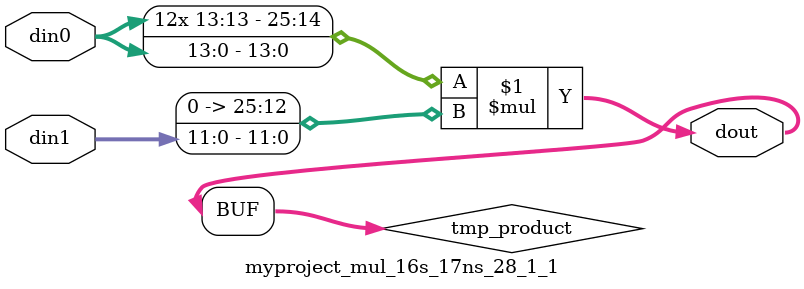
<source format=v>

`timescale 1 ns / 1 ps

  module myproject_mul_16s_17ns_28_1_1(din0, din1, dout);
parameter ID = 1;
parameter NUM_STAGE = 0;
parameter din0_WIDTH = 14;
parameter din1_WIDTH = 12;
parameter dout_WIDTH = 26;

input [din0_WIDTH - 1 : 0] din0; 
input [din1_WIDTH - 1 : 0] din1; 
output [dout_WIDTH - 1 : 0] dout;

wire signed [dout_WIDTH - 1 : 0] tmp_product;












assign tmp_product = $signed(din0) * $signed({1'b0, din1});









assign dout = tmp_product;







endmodule

</source>
